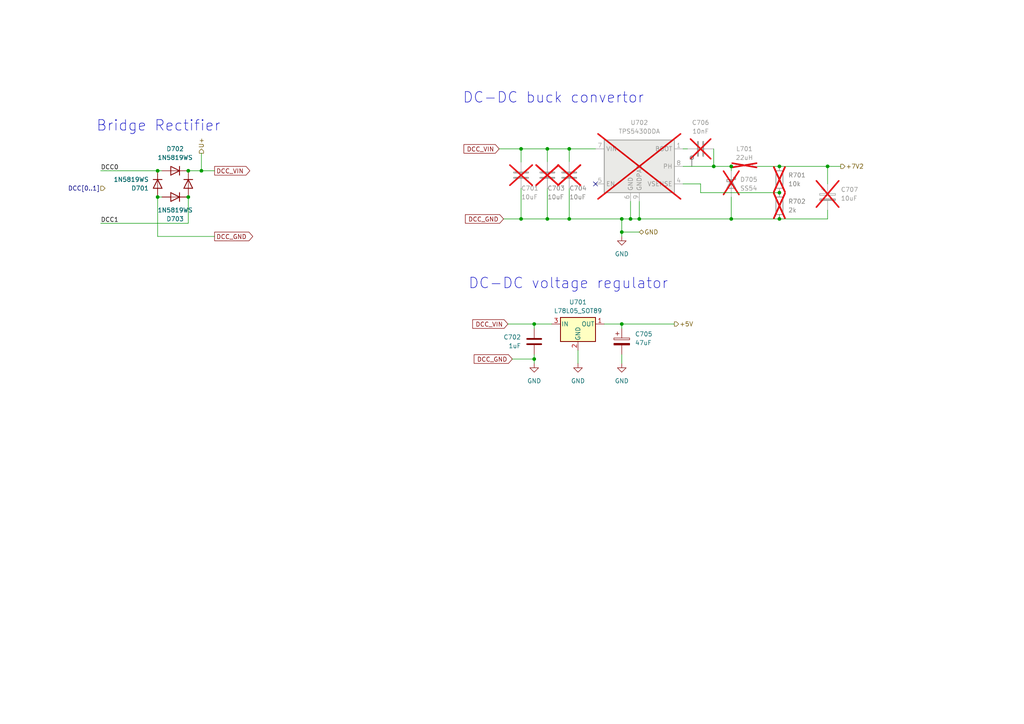
<source format=kicad_sch>
(kicad_sch (version 20231120) (generator "eeschema") (generator_version "7.99")
  (paper "A4")
  (lib_symbols
    (symbol "Device:C" (pin_numbers hide) (pin_names (offset 0.254))
      (property "Reference" "C" (at 0.635 2.54 0))
      (property "Value" "C" (at 0.635 -2.54 0))
      (symbol "C_0_1"
        (polyline (pts (xy -2.032 -0.762) (xy 2.032 -0.762)) (stroke (width 0.508)))
        (polyline (pts (xy -2.032 0.762) (xy 2.032 0.762)) (stroke (width 0.508)))
      )
      (symbol "C_1_1"
        (pin passive line (at 0 3.81 270) (length 2.794) (name "~") (number "1"))
        (pin passive line (at 0 -3.81 90) (length 2.794) (name "~") (number "2"))
      )
    )
    (symbol "Device:C_Polarized" (pin_numbers hide) (pin_names (offset 0.254))
      (property "Reference" "C" (at 0.635 2.54 0))
      (property "Value" "C_Polarized" (at 0.635 -2.54 0))
      (symbol "C_Polarized_0_1"
        (rectangle (start -2.286 0.508) (end 2.286 1.016))
        (polyline (pts (xy -1.778 2.286) (xy -0.762 2.286)))
        (polyline (pts (xy -1.27 2.794) (xy -1.27 1.778)))
        (rectangle (start 2.286 -0.508) (end -2.286 -1.016) (fill (type outline)))
      )
      (symbol "C_Polarized_1_1"
        (pin passive line (at 0 3.81 270) (length 2.794) (name "~") (number "1"))
        (pin passive line (at 0 -3.81 90) (length 2.794) (name "~") (number "2"))
      )
    )
    (symbol "Device:D" (pin_numbers hide) (pin_names (offset 1.016) hide)
      (property "Reference" "D" (at 0 2.54 0))
      (property "Value" "D" (at 0 -2.54 0))
      (symbol "D_0_1"
        (polyline (pts (xy -1.27 1.27) (xy -1.27 -1.27)) (stroke (width 0.254)))
        (polyline (pts (xy 1.27 0) (xy -1.27 0)))
        (polyline (pts (xy 1.27 1.27) (xy 1.27 -1.27) (xy -1.27 0) (xy 1.27 1.27)) (stroke (width 0.254)))
      )
      (symbol "D_1_1"
        (pin passive line (at -3.81 0 0) (length 2.54) (name "K") (number "1"))
        (pin passive line (at 3.81 0 180) (length 2.54) (name "A") (number "2"))
      )
    )
    (symbol "Device:D_Schottky" (pin_numbers hide) (pin_names (offset 1.016) hide)
      (property "Reference" "D" (at 0 2.54 0))
      (property "Value" "D_Schottky" (at 0 -2.54 0))
      (symbol "D_Schottky_0_1"
        (polyline (pts (xy 1.27 0) (xy -1.27 0)))
        (polyline (pts (xy 1.27 1.27) (xy 1.27 -1.27) (xy -1.27 0) (xy 1.27 1.27)) (stroke (width 0.254)))
        (polyline (pts (xy -1.905 0.635) (xy -1.905 1.27) (xy -1.27 1.27) (xy -1.27 -1.27) (xy -0.635 -1.27) (xy -0.635 -0.635)) (stroke (width 0.254)))
      )
      (symbol "D_Schottky_1_1"
        (pin passive line (at -3.81 0 0) (length 2.54) (name "K") (number "1"))
        (pin passive line (at 3.81 0 180) (length 2.54) (name "A") (number "2"))
      )
    )
    (symbol "Device:L" (pin_numbers hide) (pin_names (offset 1.016) hide)
      (property "Reference" "L" (at -1.27 0 90))
      (property "Value" "L" (at 1.905 0 90))
      (symbol "L_0_1"
        (arc (start 0 -2.54) (mid 0.6323 -1.905) (end 0 -1.27))
        (arc (start 0 -1.27) (mid 0.6323 -0.635) (end 0 0))
        (arc (start 0 0) (mid 0.6323 0.635) (end 0 1.27))
        (arc (start 0 1.27) (mid 0.6323 1.905) (end 0 2.54))
      )
      (symbol "L_1_1"
        (pin passive line (at 0 3.81 270) (length 1.27) (name "1") (number "1"))
        (pin passive line (at 0 -3.81 90) (length 1.27) (name "2") (number "2"))
      )
    )
    (symbol "Device:R" (pin_numbers hide) (pin_names (offset 0))
      (property "Reference" "R" (at 2.032 0 90))
      (property "Value" "R" (at 0 0 90))
      (symbol "R_0_1"
        (rectangle (start -1.016 -2.54) (end 1.016 2.54) (stroke (width 0.254)))
      )
      (symbol "R_1_1"
        (pin passive line (at 0 3.81 270) (length 1.27) (name "~") (number "1"))
        (pin passive line (at 0 -3.81 90) (length 1.27) (name "~") (number "2"))
      )
    )
    (symbol "Regulator_Linear:L78L05_SOT89" (pin_names (offset 0.254))
      (property "Reference" "U" (at -3.81 3.175 0))
      (property "Value" "L78L05_SOT89" (at -0.635 3.175 0))
      (symbol "L78L05_SOT89_0_1"
        (rectangle (start -5.08 1.905) (end 5.08 -5.08) (stroke (width 0.254)) (fill (type background)))
      )
      (symbol "L78L05_SOT89_1_1"
        (pin power_out line (at 7.62 0 180) (length 2.54) (name "OUT") (number "1"))
        (pin power_in line (at 0 -7.62 90) (length 2.54) (name "GND") (number "2"))
        (pin power_in line (at -7.62 0 0) (length 2.54) (name "IN") (number "3"))
      )
    )
    (symbol "Regulator_Switching:TPS5430DDA"
      (property "Reference" "U" (at -10.16 8.89 0))
      (property "Value" "TPS5430DDA" (at -1.27 8.89 0))
      (symbol "TPS5430DDA_0_1"
        (rectangle (start -10.16 7.62) (end 10.16 -7.62) (stroke (width 0.254)) (fill (type background)))
      )
      (symbol "TPS5430DDA_1_1"
        (pin input line (at 12.7 5.08 180) (length 2.54) (name "BOOT") (number "1"))
        (pin no_connect line (at -10.16 2.54 0) (length 2.54) hide (name "NC") (number "2"))
        (pin no_connect line (at -10.16 -2.54 0) (length 2.54) hide (name "NC") (number "3"))
        (pin input line (at 12.7 -5.08 180) (length 2.54) (name "VSENSE") (number "4"))
        (pin input line (at -12.7 -5.08 0) (length 2.54) (name "EN") (number "5"))
        (pin power_in line (at -2.54 -10.16 90) (length 2.54) (name "GND") (number "6"))
        (pin power_in line (at -12.7 5.08 0) (length 2.54) (name "VIN") (number "7"))
        (pin output line (at 12.7 0 180) (length 2.54) (name "PH") (number "8"))
        (pin power_in line (at 0 -10.16 90) (length 2.54) (name "GNDPAD") (number "9"))
      )
    )
    (symbol "power:GND" (power) (pin_names (offset 0))
      (property "Value" "GND" (at 0 -3.81 0))
      (symbol "GND_0_1"
        (polyline (pts (xy 0 0) (xy 0 -1.27) (xy 1.27 -1.27) (xy 0 -2.54) (xy -1.27 -1.27) (xy 0 -1.27)))
      )
      (symbol "GND_1_1"
        (pin power_in line (at 0 0 270) (length 0) hide (name "GND") (number "1"))
      )
    )
  )
  (junction (at 185.42 63.5))
  (junction (at 154.94 93.98))
  (junction (at 54.61 49.53))
  (junction (at 151.13 63.5))
  (junction (at 180.34 63.5))
  (junction (at 58.42 49.53))
  (junction (at 182.88 63.5))
  (junction (at 207.01 48.26))
  (junction (at 45.72 57.15))
  (junction (at 240.03 48.26))
  (junction (at 180.34 93.98))
  (junction (at 180.34 67.31))
  (junction (at 158.75 43.18))
  (junction (at 151.13 43.18))
  (junction (at 226.06 48.26))
  (junction (at 165.1 63.5))
  (junction (at 212.09 48.26))
  (junction (at 158.75 63.5))
  (junction (at 226.06 63.5))
  (junction (at 154.94 104.14))
  (junction (at 165.1 43.18))
  (junction (at 45.72 49.53))
  (junction (at 54.61 57.15))
  (junction (at 226.06 55.88))
  (junction (at 212.09 63.5))
  (no_connect (at 172.72 53.34))
  (wire (pts (xy 158.75 54.61) (xy 158.75 63.5)))
  (wire (pts (xy 226.06 63.5) (xy 226.06 62.23)))
  (wire (pts (xy 203.2 53.34) (xy 198.12 53.34)))
  (wire (pts (xy 240.03 63.5) (xy 240.03 60.96)))
  (wire (pts (xy 45.72 57.15) (xy 45.72 68.58)))
  (wire (pts (xy 185.42 67.31) (xy 180.34 67.31)))
  (wire (pts (xy 151.13 63.5) (xy 158.75 63.5)))
  (wire (pts (xy 158.75 46.99) (xy 158.75 43.18)))
  (wire (pts (xy 175.26 93.98) (xy 180.34 93.98)))
  (wire (pts (xy 212.09 57.15) (xy 212.09 63.5)))
  (wire (pts (xy 165.1 43.18) (xy 172.72 43.18)))
  (wire (pts (xy 167.64 101.6) (xy 167.64 105.41)))
  (wire (pts (xy 198.12 48.26) (xy 207.01 48.26)))
  (wire (pts (xy 151.13 43.18) (xy 158.75 43.18)))
  (wire (pts (xy 165.1 46.99) (xy 165.1 43.18)))
  (wire (pts (xy 165.1 54.61) (xy 165.1 63.5)))
  (wire (pts (xy 58.42 49.53) (xy 62.23 49.53)))
  (wire (pts (xy 165.1 63.5) (xy 180.34 63.5)))
  (wire (pts (xy 180.34 67.31) (xy 180.34 63.5)))
  (wire (pts (xy 180.34 93.98) (xy 195.58 93.98)))
  (wire (pts (xy 154.94 95.25) (xy 154.94 93.98)))
  (wire (pts (xy 158.75 43.18) (xy 165.1 43.18)))
  (wire (pts (xy 182.88 58.42) (xy 182.88 63.5)))
  (wire (pts (xy 226.06 48.26) (xy 240.03 48.26)))
  (wire (pts (xy 54.61 49.53) (xy 58.42 49.53)))
  (wire (pts (xy 212.09 48.26) (xy 212.09 49.53)))
  (wire (pts (xy 154.94 105.41) (xy 154.94 104.14)))
  (wire (pts (xy 180.34 68.58) (xy 180.34 67.31)))
  (wire (pts (xy 151.13 54.61) (xy 151.13 63.5)))
  (wire (pts (xy 45.72 49.53) (xy 46.99 49.53)))
  (wire (pts (xy 207.01 48.26) (xy 212.09 48.26)))
  (wire (pts (xy 144.78 43.18) (xy 151.13 43.18)))
  (wire (pts (xy 243.84 48.26) (xy 240.03 48.26)))
  (wire (pts (xy 54.61 57.15) (xy 54.61 64.77)))
  (wire (pts (xy 146.05 63.5) (xy 151.13 63.5)))
  (wire (pts (xy 148.59 104.14) (xy 154.94 104.14)))
  (wire (pts (xy 29.21 64.77) (xy 54.61 64.77)))
  (wire (pts (xy 46.99 57.15) (xy 45.72 57.15)))
  (wire (pts (xy 182.88 63.5) (xy 185.42 63.5)))
  (wire (pts (xy 212.09 63.5) (xy 226.06 63.5)))
  (wire (pts (xy 203.2 55.88) (xy 226.06 55.88)))
  (wire (pts (xy 151.13 43.18) (xy 151.13 46.99)))
  (wire (pts (xy 198.12 43.18) (xy 199.39 43.18)))
  (wire (pts (xy 240.03 48.26) (xy 240.03 53.34)))
  (wire (pts (xy 58.42 44.45) (xy 58.42 49.53)))
  (wire (pts (xy 185.42 58.42) (xy 185.42 63.5)))
  (wire (pts (xy 180.34 93.98) (xy 180.34 95.25)))
  (wire (pts (xy 207.01 48.26) (xy 207.01 43.18)))
  (wire (pts (xy 62.23 68.58) (xy 45.72 68.58)))
  (wire (pts (xy 180.34 63.5) (xy 182.88 63.5)))
  (wire (pts (xy 219.71 48.26) (xy 226.06 48.26)))
  (wire (pts (xy 203.2 53.34) (xy 203.2 55.88)))
  (wire (pts (xy 147.32 93.98) (xy 154.94 93.98)))
  (wire (pts (xy 226.06 63.5) (xy 240.03 63.5)))
  (wire (pts (xy 154.94 104.14) (xy 154.94 102.87)))
  (wire (pts (xy 158.75 63.5) (xy 165.1 63.5)))
  (wire (pts (xy 154.94 93.98) (xy 160.02 93.98)))
  (wire (pts (xy 180.34 102.87) (xy 180.34 105.41)))
  (wire (pts (xy 185.42 63.5) (xy 212.09 63.5)))
  (wire (pts (xy 29.21 49.53) (xy 45.72 49.53)))
  (text "DC-DC buck convertor" (at 160.528 28.448 0) (effects (font (size 3.048 3.048))))
  (text "Bridge Rectifier" (at 45.974 36.576 0) (effects (font (size 3.048 3.048))))
  (text "DC-DC voltage regulator" (at 164.846 82.296 0) (effects (font (size 3.048 3.048))))
  (label "DCC1" (at 29.21 64.77 0))
  (label "DCC0" (at 29.21 49.53 0))
  (global_label "DCC_GND" (shape input) (at 148.59 104.14 180) (property "Intersheetrefs" "${INTERSHEET_REFS}" (effects (hide yes))))
  (global_label "DCC_VIN" (shape input) (at 144.78 43.18 180) (property "Intersheetrefs" "${INTERSHEET_REFS}" (effects (hide yes))))
  (global_label "DCC_VIN" (shape input) (at 147.32 93.98 180) (property "Intersheetrefs" "${INTERSHEET_REFS}" (effects (hide yes))))
  (global_label "DCC_GND" (shape input) (at 146.05 63.5 180) (property "Intersheetrefs" "${INTERSHEET_REFS}" (effects (hide yes))))
  (global_label "DCC_VIN" (shape output) (at 62.23 49.53 0) (property "Intersheetrefs" "${INTERSHEET_REFS}" (effects (hide yes))))
  (global_label "DCC_GND" (shape output) (at 62.23 68.58 0) (property "Intersheetrefs" "${INTERSHEET_REFS}" (effects (hide yes))))
  (hierarchical_label "U+" (shape output) (at 58.42 44.45 90))
  (hierarchical_label "DCC[0..1]" (shape input) (at 30.48 54.61 180))
  (hierarchical_label "GND" (shape bidirectional) (at 185.42 67.31 0))
  (hierarchical_label "+7V2" (shape output) (at 243.84 48.26 0))
  (hierarchical_label "+5V" (shape output) (at 195.58 93.98 0))
  (netclass_flag "" (length 2.54) (shape round) (at 200.66 48.26 0) (property "Netclass" "PowerRail" (effects (hide yes))))
  (symbol (lib_id "Device:C_Polarized") (at 180.34 99.06 0) (unit 1) (in_bom no)
    (property "Reference" "C705" (at 184.15 96.901 0) (effects (justify left)))
    (property "Value" "47uF" (at 184.15 99.441 0) (effects (justify left)))
    (property "Footprint" "Capacitor_SMD:C_0402_1005Metric_Pad0.74x0.62mm_HandSolder" (effects (hide yes)))
    (property "Description" "Polarized capacitor" (effects (hide yes)))
    (property "LCSC" "C16780" (effects (hide yes)))
  )
  (symbol (lib_id "Device:D_Schottky") (at 212.09 53.34 270) (unit 1) (on_board no) (dnp yes)
    (property "Reference" "D705" (at 214.63 52.07 90) (effects (justify left)))
    (property "Value" "SS54" (at 214.63 54.61 90) (effects (justify left)))
    (property "Footprint" "Diode_SMD:D_SMA" (effects (hide yes)))
    (property "Description" "Schottky diode" (effects (hide yes)))
    (property "LCSC" "C22452" (effects (hide yes)))
  )
  (symbol (lib_id "Device:R") (at 226.06 52.07 0) (unit 1) (on_board no) (dnp yes)
    (property "Reference" "R701" (at 228.6 50.8 0) (effects (justify left)))
    (property "Value" "10k" (at 228.6 53.34 0) (effects (justify left)))
    (property "Footprint" "Resistor_SMD:R_0805_2012Metric_Pad1.20x1.40mm_HandSolder" (effects (hide yes)))
    (property "Description" "Resistor" (effects (hide yes)))
    (property "LCSC" "C17414" (effects (hide yes)))
  )
  (symbol (lib_id "power:GND") (at 180.34 105.41 0) (unit 1)
    (property "Reference" "#PWR0704" (effects (hide yes)))
    (property "Value" "GND" (at 180.34 110.49 0))
    (property "Description" "Power symbol creates a global label with name \"GND\" , ground" (effects (hide yes)))
  )
  (symbol (lib_id "Device:C") (at 158.75 50.8 0) (unit 1) (on_board no) (dnp yes)
    (property "Reference" "C703" (at 158.75 54.61 0) (effects (justify left)))
    (property "Value" "10uF" (at 158.75 57.15 0) (effects (justify left)))
    (property "Footprint" "Capacitor_SMD:C_1206_3216Metric" (effects (hide yes)))
    (property "Description" "Unpolarized capacitor" (effects (hide yes)))
    (property "LCSC" "C13585" (effects (hide yes)))
  )
  (symbol (lib_id "Device:C") (at 203.2 43.18 90) (unit 1) (on_board no) (dnp yes)
    (property "Reference" "C706" (at 203.2 35.56 90))
    (property "Value" "10nF" (at 203.2 38.1 90))
    (property "Footprint" "Capacitor_SMD:C_0805_2012Metric" (effects (hide yes)))
    (property "Description" "Unpolarized capacitor" (effects (hide yes)))
    (property "LCSC" "C1710" (effects (hide yes)))
  )
  (symbol (lib_id "Device:D") (at 45.72 53.34 270) (unit 1)
    (property "Reference" "D701" (at 43.18 54.61 90) (effects (justify right)))
    (property "Value" "1N5819WS" (at 43.18 52.07 90) (effects (justify right)))
    (property "Footprint" "Diode_SMD:D_SOD-323" (effects (hide yes)))
    (property "Description" "Diode" (effects (hide yes)))
    (property "Sim.Device" "D" (effects (hide yes)))
    (property "Sim.Pins" "1=K 2=A" (effects (hide yes)))
    (property "LCSC" "C8678" (effects (hide yes)))
  )
  (symbol (lib_id "power:GND") (at 180.34 68.58 0) (unit 1)
    (property "Reference" "#PWR05" (effects (hide yes)))
    (property "Value" "GND" (at 180.34 73.66 0))
    (property "Description" "Power symbol creates a global label with name \"GND\" , ground" (effects (hide yes)))
    (instances (project "DecoderInputStages" (path "" (reference "#PWR05") (unit 1))) (project "xDuinoRailShield" (path "" (reference "#PWR0703") (unit 1))))
  )
  (symbol (lib_id "power:GND") (at 167.64 105.41 0) (unit 1)
    (property "Reference" "#PWR0702" (effects (hide yes)))
    (property "Value" "GND" (at 167.64 110.49 0))
    (property "Description" "Power symbol creates a global label with name \"GND\" , ground" (effects (hide yes)))
  )
  (symbol (lib_id "Device:D") (at 50.8 49.53 180) (unit 1)
    (property "Reference" "D702" (at 50.8 43.18 0))
    (property "Value" "1N5819WS" (at 50.8 45.72 0))
    (property "Footprint" "Diode_SMD:D_SOD-323" (effects (hide yes)))
    (property "Description" "Diode" (effects (hide yes)))
    (property "Sim.Device" "D" (effects (hide yes)))
    (property "Sim.Pins" "1=K 2=A" (effects (hide yes)))
    (property "LCSC" "C8678" (effects (hide yes)))
  )
  (symbol (lib_id "Regulator_Switching:TPS5430DDA") (at 185.42 48.26 0) (unit 1) (on_board no) (dnp yes)
    (property "Reference" "U702" (at 185.42 35.56 0))
    (property "Value" "TPS5430DDA" (at 185.42 38.1 0))
    (property "Footprint" "Package_SO:TI_SO-PowerPAD-8_ThermalVias" (effects (hide yes)))
    (property "Datasheet" "http://www.ti.com/lit/ds/symlink/tps5430.pdf" (effects (hide yes)))
    (property "Description" "3A, Step Down Swift Converter, Adjustable Output Voltage, 5.5-36V Input Voltage, PowerSO-8" (effects (hide yes)))
    (property "LCSC" "C9864" (effects (hide yes)))
  )
  (symbol (lib_id "Device:L") (at 215.9 48.26 90) (unit 1) (on_board no) (dnp yes)
    (property "Reference" "L701" (at 215.9 43.18 90))
    (property "Value" "22uH" (at 215.9 45.72 90))
    (property "Footprint" "Inductor_SMD:L_12x12mm_H8mm" (effects (hide yes)))
    (property "Description" "Inductor" (effects (hide yes)))
    (property "LCSC" "C693888" (effects (hide yes)))
  )
  (symbol (lib_id "Regulator_Linear:L78L05_SOT89") (at 167.64 93.98 0) (unit 1) (exclude_from_sim yes) (in_bom no)
    (property "Reference" "U701" (at 167.64 87.63 0))
    (property "Value" "L78L05_SOT89" (at 167.64 90.17 0))
    (property "Footprint" "Package_TO_SOT_SMD:SOT-89-3" (effects (hide yes)))
    (property "Datasheet" "http://www.st.com/content/ccc/resource/technical/document/datasheet/15/55/e5/aa/23/5b/43/fd/CD00000446.pdf/files/CD00000446.pdf/jcr:content/translations/en.CD00000446.pdf" (effects (hide yes)))
    (property "Description" "Positive 100mA 30V Linear Regulator, Fixed Output 5V, SOT-89" (effects (hide yes)))
    (property "LCSC" "C71136" (effects (hide yes)))
  )
  (symbol (lib_id "Device:D") (at 50.8 57.15 0) (mirror y) (unit 1)
    (property "Reference" "D703" (at 50.8 63.5 0))
    (property "Value" "1N5819WS" (at 50.8 60.96 0))
    (property "Footprint" "Diode_SMD:D_SOD-323" (effects (hide yes)))
    (property "Description" "Diode" (effects (hide yes)))
    (property "Sim.Device" "D" (effects (hide yes)))
    (property "Sim.Pins" "1=K 2=A" (effects (hide yes)))
    (property "LCSC" "C8678" (effects (hide yes)))
  )
  (symbol (lib_id "Device:C") (at 154.94 99.06 0) (mirror y) (unit 1) (in_bom no)
    (property "Reference" "C702" (at 151.13 97.79 0) (effects (justify left)))
    (property "Value" "1uF" (at 151.13 100.33 0) (effects (justify left)))
    (property "Footprint" "Capacitor_SMD:C_0402_1005Metric_Pad0.74x0.62mm_HandSolder" (effects (hide yes)))
    (property "Description" "Unpolarized capacitor" (effects (hide yes)))
    (property "LCSC" "C28323" (effects (hide yes)))
  )
  (symbol (lib_id "Device:R") (at 226.06 59.69 0) (unit 1) (on_board no) (dnp yes)
    (property "Reference" "R702" (at 228.6 58.4199 0) (effects (justify left)))
    (property "Value" "2k" (at 228.6 60.9599 0) (effects (justify left)))
    (property "Footprint" "Resistor_SMD:R_0805_2012Metric_Pad1.20x1.40mm_HandSolder" (effects (hide yes)))
    (property "Description" "Resistor" (effects (hide yes)))
    (property "LCSC" "C4310" (effects (hide yes)))
  )
  (symbol (lib_id "Device:C") (at 165.1 50.8 0) (unit 1) (on_board no) (dnp yes)
    (property "Reference" "C704" (at 165.1 54.61 0) (effects (justify left)))
    (property "Value" "10uF" (at 165.1 57.15 0) (effects (justify left)))
    (property "Footprint" "Capacitor_SMD:C_1206_3216Metric" (effects (hide yes)))
    (property "Description" "Unpolarized capacitor" (effects (hide yes)))
    (property "LCSC" "C13585" (effects (hide yes)))
  )
  (symbol (lib_id "Device:C_Polarized") (at 240.03 57.15 0) (unit 1) (on_board no) (dnp yes)
    (property "Reference" "C707" (at 243.84 54.991 0) (effects (justify left)))
    (property "Value" "10uF" (at 243.84 57.531 0) (effects (justify left)))
    (property "Footprint" "Capacitor_SMD:C_1206_3216Metric" (effects (hide yes)))
    (property "Description" "Polarized capacitor" (effects (hide yes)))
    (property "LCSC" "C440198" (effects (hide yes)))
  )
  (symbol (lib_id "Device:D") (at 54.61 53.34 90) (mirror x) (unit 1)
    (property "Reference" "D704" (effects (hide yes)))
    (property "Value" "1N5819WS" (effects (hide yes)))
    (property "Footprint" "Diode_SMD:D_SOD-323" (effects (hide yes)))
    (property "Description" "Diode" (effects (hide yes)))
    (property "Sim.Device" "D" (effects (hide yes)))
    (property "Sim.Pins" "1=K 2=A" (effects (hide yes)))
    (property "LCSC" "C8678" (effects (hide yes)))
  )
  (symbol (lib_id "Device:C") (at 151.13 50.8 0) (unit 1) (on_board no) (dnp yes)
    (property "Reference" "C701" (at 151.13 54.61 0) (effects (justify left)))
    (property "Value" "10uF" (at 151.13 57.15 0) (effects (justify left)))
    (property "Footprint" "Capacitor_SMD:C_1206_3216Metric" (effects (hide yes)))
    (property "Description" "Unpolarized capacitor" (effects (hide yes)))
    (property "LCSC" "C13585" (effects (hide yes)))
  )
  (symbol (lib_id "power:GND") (at 154.94 105.41 0) (unit 1)
    (property "Reference" "#PWR0701" (effects (hide yes)))
    (property "Value" "GND" (at 154.94 110.49 0))
    (property "Description" "Power symbol creates a global label with name \"GND\" , ground" (effects (hide yes)))
  )
)
</source>
